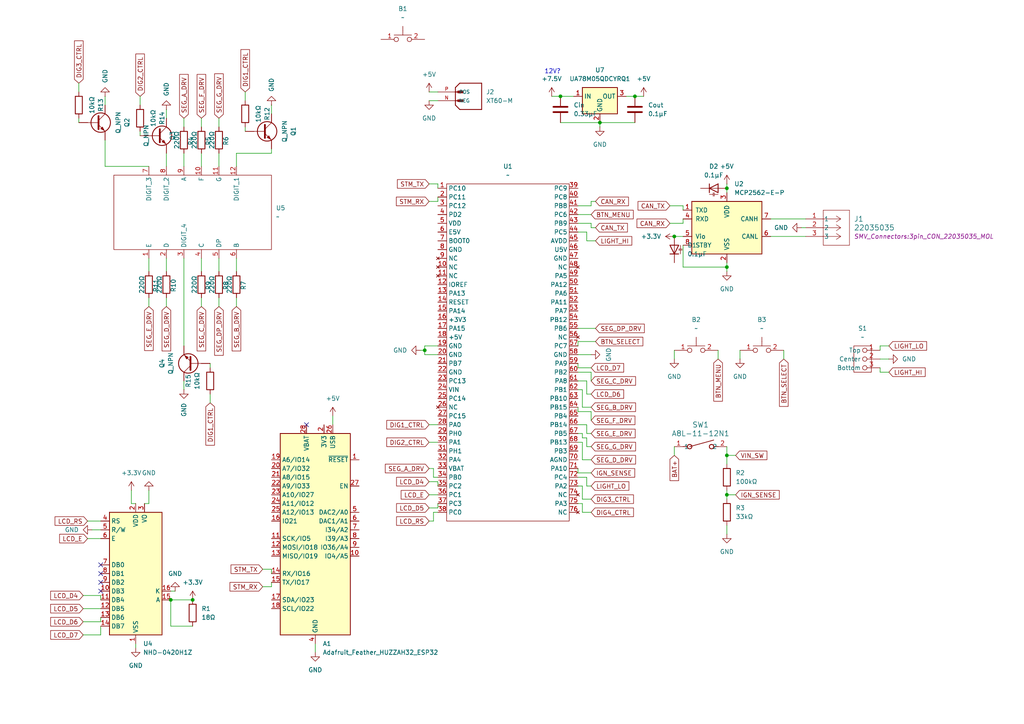
<source format=kicad_sch>
(kicad_sch (version 20250114) (generator "eeschema") (generator_version "9.0")
  (paper "A4")
  (lib_symbols
    (symbol "Device:C" (pin_numbers (hide yes)) (pin_names (offset 0.254))
      (property "Reference" "C" (at 0.635 2.54 0))
      (property "Value" "C" (at 0.635 -2.54 0))
      (symbol "C_1_1"
        (pin passive line (at 0 3.81 270) (length 2.794) (name "~") (number "1"))
        (pin passive line (at 0 -3.81 90) (length 2.794) (name "~") (number "2"))
      )
    )
    (symbol "Device:D_Capacitance" (pin_numbers (hide yes)) (pin_names (offset 1.016) (hide yes))
      (property "Reference" "D" (at 0 2.54 0))
      (property "Value" "D_Capacitance" (at 0 -3.302 0))
      (symbol "D_Capacitance_1_1"
        (pin passive line (at -3.81 0 0) (length 2.54) (name "K") (number "1"))
        (pin passive line (at 3.81 0 180) (length 2.54) (name "A") (number "2"))
      )
    )
    (symbol "Device:Q_NPN" (pin_numbers (hide yes)) (pin_names (offset 0) (hide yes))
      (property "Reference" "Q" (at 5.08 1.27 0))
      (property "Value" "Q_NPN" (at 5.08 -1.27 0))
      (symbol "Q_NPN_1_1"
        (pin input line (at -5.08 0 0) (length 2.54) (name "B") (number "B"))
        (pin passive line (at 2.54 5.08 270) (length 2.54) (name "C") (number "C"))
        (pin passive line (at 2.54 -5.08 90) (length 2.54) (name "E") (number "E"))
      )
    )
    (symbol "Device:R" (pin_numbers (hide yes)) (pin_names (offset 0))
      (property "Reference" "R" (at 2.032 0 90))
      (property "Value" "R" (at 0 0 90))
      (symbol "R_1_1"
        (pin passive line (at 0 3.81 270) (length 1.27) (name "~") (number "1"))
        (pin passive line (at 0 -3.81 90) (length 1.27) (name "~") (number "2"))
      )
    )
    (symbol "Display_Character:NHD-0420H1Z"
      (property "Reference" "U" (at -6.35 19.05 0))
      (property "Value" "NHD-0420H1Z" (at 5.08 19.05 0))
      (symbol "NHD-0420H1Z_1_1"
        (pin input line (at -10.16 15.24 0) (length 2.54) (name "RS") (number "4"))
        (pin input line (at -10.16 12.7 0) (length 2.54) (name "R/W") (number "5"))
        (pin input line (at -10.16 10.16 0) (length 2.54) (name "E") (number "6"))
        (pin bidirectional line (at -10.16 2.54 0) (length 2.54) (name "DB0") (number "7"))
        (pin bidirectional line (at -10.16 0 0) (length 2.54) (name "DB1") (number "8"))
        (pin bidirectional line (at -10.16 -2.54 0) (length 2.54) (name "DB2") (number "9"))
        (pin bidirectional line (at -10.16 -5.08 0) (length 2.54) (name "DB3") (number "10"))
        (pin bidirectional line (at -10.16 -7.62 0) (length 2.54) (name "DB4") (number "11"))
        (pin bidirectional line (at -10.16 -10.16 0) (length 2.54) (name "DB5") (number "12"))
        (pin bidirectional line (at -10.16 -12.7 0) (length 2.54) (name "DB6") (number "13"))
        (pin bidirectional line (at -10.16 -15.24 0) (length 2.54) (name "DB7") (number "14"))
        (pin power_in line (at 0 20.32 270) (length 2.54) (name "VDD") (number "2"))
        (pin power_in line (at 0 -20.32 90) (length 2.54) (name "VSS") (number "1"))
        (pin power_in line (at 2.54 20.32 270) (length 2.54) (name "VO") (number "3"))
        (pin passive line (at 10.16 -5.08 180) (length 2.54) (name "K") (number "16"))
        (pin passive line (at 10.16 -7.62 180) (length 2.54) (name "A") (number "15"))
      )
    )
    (symbol "Interface_CAN_LIN:MCP2562-E-P" (pin_names (offset 1.016))
      (property "Reference" "U" (at -10.16 8.89 0))
      (property "Value" "MCP2562-E-P" (at 2.54 8.89 0))
      (symbol "MCP2562-E-P_1_1"
        (pin input line (at -12.7 5.08 0) (length 2.54) (name "TXD") (number "1"))
        (pin output line (at -12.7 2.54 0) (length 2.54) (name "RXD") (number "4"))
        (pin power_in line (at -12.7 -2.54 0) (length 2.54) (name "Vio") (number "5"))
        (pin input line (at -12.7 -5.08 0) (length 2.54) (name "STBY") (number "8"))
        (pin power_in line (at 0 10.16 270) (length 2.54) (name "VDD") (number "3"))
        (pin power_in line (at 0 -10.16 90) (length 2.54) (name "VSS") (number "2"))
        (pin bidirectional line (at 12.7 2.54 180) (length 2.54) (name "CANH") (number "7"))
        (pin bidirectional line (at 12.7 -2.54 180) (length 2.54) (name "CANL") (number "6"))
      )
    )
    (symbol "MCU_Module:Adafruit_Feather_HUZZAH32_ESP32"
      (property "Reference" "A" (at -10.16 29.21 0))
      (property "Value" "Adafruit_Feather_HUZZAH32_ESP32" (at 2.54 -31.75 0))
      (symbol "Adafruit_Feather_HUZZAH32_ESP32_1_1"
        (pin bidirectional line (at -12.7 20.32 0) (length 2.54) (name "A6/IO14") (number "19"))
        (pin bidirectional line (at -12.7 17.78 0) (length 2.54) (name "A7/IO32") (number "20"))
        (pin bidirectional line (at -12.7 15.24 0) (length 2.54) (name "A8/IO15") (number "21"))
        (pin bidirectional line (at -12.7 12.7 0) (length 2.54) (name "A9/IO33") (number "22"))
        (pin bidirectional line (at -12.7 10.16 0) (length 2.54) (name "A10/IO27") (number "23"))
        (pin bidirectional line (at -12.7 7.62 0) (length 2.54) (name "A11/IO12") (number "24"))
        (pin bidirectional line (at -12.7 5.08 0) (length 2.54) (name "A12/IO13") (number "25"))
        (pin bidirectional line (at -12.7 2.54 0) (length 2.54) (name "IO21") (number "16"))
        (pin bidirectional line (at -12.7 -2.54 0) (length 2.54) (name "SCK/IO5") (number "11"))
        (pin bidirectional line (at -12.7 -5.08 0) (length 2.54) (name "MOSI/IO18") (number "12"))
        (pin bidirectional line (at -12.7 -7.62 0) (length 2.54) (name "MISO/IO19") (number "13"))
        (pin bidirectional line (at -12.7 -12.7 0) (length 2.54) (name "RX/IO16") (number "14"))
        (pin bidirectional line (at -12.7 -15.24 0) (length 2.54) (name "TX/IO17") (number "15"))
        (pin bidirectional line (at -12.7 -20.32 0) (length 2.54) (name "SDA/IO23") (number "17"))
        (pin bidirectional line (at -12.7 -22.86 0) (length 2.54) (name "SCL/IO22") (number "18"))
        (pin power_in line (at -2.54 30.48 270) (length 2.54) (name "VBAT") (number "28"))
        (pin power_in line (at 0 -33.02 90) (length 2.54) (name "GND") (number "4"))
        (pin power_in line (at 2.54 30.48 270) (length 2.54) (name "3V3") (number "2"))
        (pin power_in line (at 5.08 30.48 270) (length 2.54) (name "USB") (number "26"))
        (pin no_connect line (at 10.16 10.16 180) (length 2.54) (hide yes) (name "NC") (number "3"))
        (pin input line (at 12.7 20.32 180) (length 2.54) (name "~{RESET}") (number "1"))
        (pin input line (at 12.7 12.7 180) (length 2.54) (name "EN") (number "27"))
        (pin bidirectional line (at 12.7 5.08 180) (length 2.54) (name "DAC2/A0") (number "5"))
        (pin bidirectional line (at 12.7 2.54 180) (length 2.54) (name "DAC1/A1") (number "6"))
        (pin bidirectional line (at 12.7 0 180) (length 2.54) (name "I34/A2") (number "7"))
        (pin bidirectional line (at 12.7 -2.54 180) (length 2.54) (name "I39/A3") (number "8"))
        (pin bidirectional line (at 12.7 -5.08 180) (length 2.54) (name "IO36/A4") (number "9"))
        (pin bidirectional line (at 12.7 -7.62 180) (length 2.54) (name "IO4/A5") (number "10"))
      )
    )
    (symbol "Regulator_Linear:UA78M05QDCYRQ1"
      (property "Reference" "U" (at -3.81 3.81 0))
      (property "Value" "UA78M05QDCYRQ1" (at 0 3.81 0))
      (symbol "UA78M05QDCYRQ1_1_1"
        (pin power_in line (at -7.62 0 0) (length 2.54) (name "IN") (number "1"))
        (pin power_in line (at 0 -7.62 90) (length 2.54) (name "GND") (number "2"))
        (pin power_out line (at 7.62 0 180) (length 2.54) (name "OUT") (number "3"))
      )
    )
    (symbol "SMV_Custom:3-pin Mini Molex Spox" (pin_names (offset 0.254))
      (property "Reference" "J" (at 8.89 6.35 0))
      (property "Value" "22035035" (at -3.81 3.81 0))
      (property "Footprint" "SMV_Connectors:3pin_CON_22035035_MOL" (at 0 0 0))
      (symbol "3-pin Mini Molex Spox_1_1"
        (pin unspecified line (at 0 0 0) (length 5.08) (name "1") (number "1"))
        (pin unspecified line (at 0 -2.54 0) (length 5.08) (name "2") (number "2"))
        (pin unspecified line (at 0 -5.08 0) (length 5.08) (name "3") (number "3"))
      )
      (symbol "3-pin Mini Molex Spox_1_2"
        (pin unspecified line (at 0 0 0) (length 5.08) (name "1") (number "1"))
        (pin unspecified line (at 0 -2.54 0) (length 5.08) (name "2") (number "2"))
        (pin unspecified line (at 0 -5.08 0) (length 5.08) (name "3") (number "3"))
      )
    )
    (symbol "SMV_Custom:A8L-11-12N1" (pin_names (offset 0.254))
      (property "Reference" "SW" (at 7.62 3.81 0))
      (property "Value" "A8L-11-12N1" (at 0 0 0))
      (symbol "A8L-11-12N1_0_1"
        (pin passive line (at 0 0 0) (length 2.54) (name "1") (number "1"))
      )
      (symbol "A8L-11-12N1_1_1"
        (pin passive line (at 15.24 0 180) (length 2.54) (name "2") (number "2"))
      )
    )
    (symbol "SMV_Custom:STM32_Nucleo_F446RE"
      (property "Reference" "U" (at 0 0 0))
      (symbol "STM32_Nucleo_F446RE_1_1"
        (pin bidirectional line (at -20.32 -2.54 0) (length 2.54) (name "PC10") (number "1"))
        (pin bidirectional line (at -20.32 -5.08 0) (length 2.54) (name "PC11") (number "2"))
        (pin bidirectional line (at -20.32 -7.62 0) (length 2.54) (name "PC12") (number "3"))
        (pin bidirectional line (at -20.32 -10.16 0) (length 2.54) (name "PD2") (number "4"))
        (pin power_in line (at -20.32 -12.7 0) (length 2.54) (name "VDD") (number "5"))
        (pin power_in line (at -20.32 -15.24 0) (length 2.54) (name "E5V") (number "6"))
        (pin input line (at -20.32 -17.78 0) (length 2.54) (name "BOOT0") (number "7"))
        (pin power_in line (at -20.32 -20.32 0) (length 2.54) (name "GND") (number "8"))
        (pin no_connect line (at -20.32 -22.86 0) (length 2.54) (name "NC") (number "9"))
        (pin no_connect line (at -20.32 -25.4 0) (length 2.54) (name "NC") (number "10"))
        (pin no_connect line (at -20.32 -27.94 0) (length 2.54) (name "NC") (number "11"))
        (pin input line (at -20.32 -30.48 0) (length 2.54) (name "IOREF") (number "12"))
        (pin bidirectional line (at -20.32 -33.02 0) (length 2.54) (name "PA13") (number "13"))
        (pin input line (at -20.32 -35.56 0) (length 2.54) (name "RESET") (number "14"))
        (pin bidirectional line (at -20.32 -38.1 0) (length 2.54) (name "PA14") (number "15"))
        (pin power_in line (at -20.32 -40.64 0) (length 2.54) (name "+3V3") (number "16"))
        (pin bidirectional line (at -20.32 -43.18 0) (length 2.54) (name "PA15") (number "17"))
        (pin power_in line (at -20.32 -45.72 0) (length 2.54) (name "+5V") (number "18"))
        (pin power_in line (at -20.32 -48.26 0) (length 2.54) (name "GND") (number "19"))
        (pin power_in line (at -20.32 -50.8 0) (length 2.54) (name "GND") (number "20"))
        (pin bidirectional line (at -20.32 -53.34 0) (length 2.54) (name "PB7") (number "21"))
        (pin power_in line (at -20.32 -55.88 0) (length 2.54) (name "GND") (number "22"))
        (pin bidirectional line (at -20.32 -58.42 0) (length 2.54) (name "PC13") (number "23"))
        (pin power_in line (at -20.32 -60.96 0) (length 2.54) (name "VIN") (number "24"))
        (pin bidirectional line (at -20.32 -63.5 0) (length 2.54) (name "PC14") (number "25"))
        (pin no_connect line (at -20.32 -66.04 0) (length 2.54) (name "NC") (number "26"))
        (pin bidirectional line (at -20.32 -68.58 0) (length 2.54) (name "PC15") (number "27"))
        (pin bidirectional line (at -20.32 -71.12 0) (length 2.54) (name "PA0") (number "28"))
        (pin bidirectional line (at -20.32 -73.66 0) (length 2.54) (name "PH0") (number "29"))
        (pin bidirectional line (at -20.32 -76.2 0) (length 2.54) (name "PA1") (number "30"))
        (pin bidirectional line (at -20.32 -78.74 0) (length 2.54) (name "PH1") (number "31"))
        (pin bidirectional line (at -20.32 -81.28 0) (length 2.54) (name "PA4") (number "32"))
        (pin power_in line (at -20.32 -83.82 0) (length 2.54) (name "VBAT") (number "33"))
        (pin bidirectional line (at -20.32 -86.36 0) (length 2.54) (name "PB0") (number "34"))
        (pin bidirectional line (at -20.32 -88.9 0) (length 2.54) (name "PC2") (number "35"))
        (pin bidirectional line (at -20.32 -91.44 0) (length 2.54) (name "PC1") (number "36"))
        (pin bidirectional line (at -20.32 -93.98 0) (length 2.54) (name "PC3") (number "37"))
        (pin bidirectional line (at -20.32 -96.52 0) (length 2.54) (name "PC0") (number "38"))
        (pin bidirectional line (at 20.32 -2.54 180) (length 2.54) (name "PC9") (number "39"))
        (pin bidirectional line (at 20.32 -5.08 180) (length 2.54) (name "PC8") (number "40"))
        (pin bidirectional line (at 20.32 -7.62 180) (length 2.54) (name "PB8") (number "41"))
        (pin bidirectional line (at 20.32 -10.16 180) (length 2.54) (name "PC6") (number "42"))
        (pin bidirectional line (at 20.32 -12.7 180) (length 2.54) (name "PB9") (number "43"))
        (pin bidirectional line (at 20.32 -15.24 180) (length 2.54) (name "PC5") (number "44"))
        (pin power_in line (at 20.32 -17.78 180) (length 2.54) (name "AVDD") (number "45"))
        (pin power_in line (at 20.32 -20.32 180) (length 2.54) (name "U5V") (number "46"))
        (pin power_in line (at 20.32 -22.86 180) (length 2.54) (name "GND") (number "47"))
        (pin no_connect line (at 20.32 -25.4 180) (length 2.54) (name "NC") (number "48"))
        (pin bidirectional line (at 20.32 -27.94 180) (length 2.54) (name "PA5") (number "49"))
        (pin bidirectional line (at 20.32 -30.48 180) (length 2.54) (name "PA12") (number "50"))
        (pin bidirectional line (at 20.32 -33.02 180) (length 2.54) (name "PA6") (number "51"))
        (pin bidirectional line (at 20.32 -35.56 180) (length 2.54) (name "PA11") (number "52"))
        (pin bidirectional line (at 20.32 -38.1 180) (length 2.54) (name "PA7") (number "53"))
        (pin bidirectional line (at 20.32 -40.64 180) (length 2.54) (name "PB12") (number "54"))
        (pin bidirectional line (at 20.32 -43.18 180) (length 2.54) (name "PB6") (number "55"))
        (pin no_connect line (at 20.32 -45.72 180) (length 2.54) (name "NC") (number "56"))
        (pin bidirectional line (at 20.32 -48.26 180) (length 2.54) (name "PC7") (number "57"))
        (pin power_in line (at 20.32 -50.8 180) (length 2.54) (name "GND") (number "58"))
        (pin bidirectional line (at 20.32 -53.34 180) (length 2.54) (name "PA9") (number "59"))
        (pin bidirectional line (at 20.32 -55.88 180) (length 2.54) (name "PB2") (number "60"))
        (pin bidirectional line (at 20.32 -58.42 180) (length 2.54) (name "PA8") (number "61"))
        (pin bidirectional line (at 20.32 -60.96 180) (length 2.54) (name "PB1") (number "62"))
        (pin bidirectional line (at 20.32 -63.5 180) (length 2.54) (name "PB10") (number "63"))
        (pin bidirectional line (at 20.32 -66.04 180) (length 2.54) (name "PB15") (number "64"))
        (pin bidirectional line (at 20.32 -68.58 180) (length 2.54) (name "PB4") (number "65"))
        (pin bidirectional line (at 20.32 -71.12 180) (length 2.54) (name "PB14") (number "66"))
        (pin bidirectional line (at 20.32 -73.66 180) (length 2.54) (name "PB5") (number "67"))
        (pin bidirectional line (at 20.32 -76.2 180) (length 2.54) (name "PB13") (number "68"))
        (pin bidirectional line (at 20.32 -78.74 180) (length 2.54) (name "PB3") (number "69"))
        (pin power_in line (at 20.32 -81.28 180) (length 2.54) (name "AGND") (number "70"))
        (pin bidirectional line (at 20.32 -83.82 180) (length 2.54) (name "PA10") (number "71"))
        (pin bidirectional line (at 20.32 -86.36 180) (length 2.54) (name "PC4") (number "72"))
        (pin bidirectional line (at 20.32 -88.9 180) (length 2.54) (name "PA2") (number "73"))
        (pin no_connect line (at 20.32 -91.44 180) (length 2.54) (name "NC") (number "74"))
        (pin bidirectional line (at 20.32 -93.98 180) (length 2.54) (name "PA3") (number "75"))
        (pin no_connect line (at 20.32 -96.52 180) (length 2.54) (name "NC") (number "76"))
      )
    )
    (symbol "SMV_Custom:Seven_Seg_Display"
      (property "Reference" "U" (at 0 9.398 0))
      (symbol "Seven_Seg_Display_1_1"
        (pin input line (at -12.7 2.54 270) (length 2.54) (name "DIGIT_3") (number "7"))
        (pin input line (at -12.7 -24.13 90) (length 2.54) (name "E") (number "1"))
        (pin input line (at -7.62 2.54 270) (length 2.54) (name "DIGIT_2") (number "8"))
        (pin input line (at -7.62 -24.13 90) (length 2.54) (name "D") (number "2"))
        (pin input line (at -2.54 2.54 270) (length 2.54) (name "A") (number "9"))
        (pin input line (at -2.54 -24.13 90) (length 2.54) (name "DIGIT_4") (number "3"))
        (pin input line (at 2.54 2.54 270) (length 2.54) (name "F") (number "10"))
        (pin input line (at 2.54 -24.13 90) (length 2.54) (name "C") (number "4"))
        (pin input line (at 7.62 2.54 270) (length 2.54) (name "G") (number "11"))
        (pin input line (at 7.62 -24.13 90) (length 2.54) (name "DP") (number "5"))
        (pin input line (at 12.7 2.54 270) (length 2.54) (name "DIGIT_1") (number "12"))
        (pin input line (at 12.7 -24.13 90) (length 2.54) (name "B") (number "6"))
      )
    )
    (symbol "SMV_Custom:TAISS_3_Pin_Switch"
      (property "Reference" "S" (at 0 6.096 0))
      (symbol "TAISS_3_Pin_Switch_1_0"
        (pin passive inverted (at 5.08 3.81 180) (length 5.08) (name "Top") (number "1"))
        (pin passive inverted (at 5.08 1.27 180) (length 5.08) (name "Center") (number "2"))
        (pin passive inverted (at 5.08 -1.27 180) (length 5.08) (name "Bottom") (number "3"))
      )
    )
    (symbol "SMV_Custom:Twidec_Button"
      (property "Reference" "B" (at 0 3.556 0))
      (symbol "Twidec_Button_1_0"
        (pin passive inverted (at -6.35 -2.54 0) (length 5.08) (name "1") (number "1"))
        (pin passive inverted (at 6.35 -2.54 180) (length 5.08) (name "2") (number "2"))
      )
    )
    (symbol "SMV_Custom:XT60-M" (pin_names (offset 1.016))
      (property "Reference" "J" (at 0 6.35 0))
      (property "Value" "XT60-M" (at 0 -5.08 0))
      (symbol "XT60-M_0_0"
        (pin passive line (at -5.08 2.54 0) (length 5.08) (name "POS") (number "P"))
        (pin passive line (at -5.08 0 0) (length 5.08) (name "NEG") (number "N"))
      )
    )
    (symbol "power:+3.3V" (power) (pin_numbers (hide yes)) (pin_names (offset 0) (hide yes))
      (property "Value" "+3.3V" (at 0 3.556 0))
      (symbol "+3.3V_1_1"
        (pin power_in line (at 0 0 90) (length 0) (name "~") (number "1"))
      )
    )
    (symbol "power:+5V" (power) (pin_numbers (hide yes)) (pin_names (offset 0) (hide yes))
      (property "Value" "+5V" (at 0 3.556 0))
      (symbol "+5V_1_1"
        (pin power_in line (at 0 0 90) (length 0) (name "~") (number "1"))
      )
    )
    (symbol "power:+7.5V" (power) (pin_numbers (hide yes)) (pin_names (offset 0) (hide yes))
      (property "Value" "+7.5V" (at 0 3.556 0))
      (symbol "+7.5V_1_1"
        (pin power_in line (at 0 0 90) (length 0) (name "~") (number "1"))
      )
    )
    (symbol "power:GND" (power) (pin_numbers (hide yes)) (pin_names (offset 0) (hide yes))
      (property "Value" "GND" (at 0 -3.81 0))
      (symbol "GND_1_1"
        (pin power_in line (at 0 0 270) (length 0) (name "~") (number "1"))
      )
    )
  )
  (text "12V?" (at 160.274 20.828 0) (effects (font (size 1.27 1.27))))
  (junction (at 162.56 27.94))
  (junction (at 184.15 27.94))
  (junction (at 210.82 77.47))
  (junction (at 55.88 173.99))
  (junction (at 173.99 35.56))
  (junction (at 49.53 173.99))
  (junction (at 210.82 143.51))
  (junction (at 195.58 68.58))
  (junction (at 123.19 101.6))
  (junction (at 210.82 132.08))
  (junction (at 210.82 54.61))
  (no_connect (at 29.21 171.45))
  (no_connect (at 29.21 166.37))
  (no_connect (at 29.21 168.91))
  (no_connect (at 88.9 123.19))
  (no_connect (at 29.21 163.83))
  (wire (pts (xy 24.13 180.34) (xy 29.21 180.34)))
  (wire (pts (xy 78.74 43.18) (xy 78.74 44.45)))
  (wire (pts (xy 50.8 171.45) (xy 49.53 171.45)))
  (wire (pts (xy 171.45 58.42) (xy 171.45 59.69)))
  (wire (pts (xy 210.82 76.2) (xy 210.82 77.47)))
  (wire (pts (xy 170.18 114.3) (xy 171.45 114.3)))
  (wire (pts (xy 43.18 74.93) (xy 43.18 78.74)))
  (wire (pts (xy 29.21 172.72) (xy 29.21 173.99)))
  (wire (pts (xy 170.18 125.73) (xy 171.45 125.73)))
  (wire (pts (xy 167.64 106.68) (xy 171.45 106.68)))
  (wire (pts (xy 49.53 173.99) (xy 49.53 181.61)))
  (wire (pts (xy 43.18 86.36) (xy 43.18 88.9)))
  (wire (pts (xy 168.91 128.27) (xy 167.64 128.27)))
  (wire (pts (xy 167.64 102.87) (xy 171.45 102.87)))
  (wire (pts (xy 170.18 127) (xy 170.18 129.54)))
  (wire (pts (xy 58.42 34.29) (xy 58.42 36.83)))
  (wire (pts (xy 171.45 107.95) (xy 167.64 107.95)))
  (wire (pts (xy 24.13 172.72) (xy 29.21 172.72)))
  (wire (pts (xy 255.27 101.6) (xy 255.27 100.33)))
  (wire (pts (xy 171.45 137.16) (xy 167.64 137.16)))
  (wire (pts (xy 30.48 40.64) (xy 30.48 48.26)))
  (wire (pts (xy 213.36 132.08) (xy 210.82 132.08)))
  (wire (pts (xy 125.73 151.13) (xy 125.73 148.59)))
  (wire (pts (xy 68.58 44.45) (xy 78.74 44.45)))
  (wire (pts (xy 53.34 34.29) (xy 53.34 36.83)))
  (wire (pts (xy 43.18 48.26) (xy 30.48 48.26)))
  (wire (pts (xy 171.45 119.38) (xy 171.45 121.92)))
  (wire (pts (xy 168.91 113.03) (xy 168.91 118.11)))
  (wire (pts (xy 195.58 68.58) (xy 198.12 68.58)))
  (wire (pts (xy 167.64 113.03) (xy 168.91 113.03)))
  (wire (pts (xy 168.91 128.27) (xy 168.91 133.35)))
  (wire (pts (xy 124.46 123.19) (xy 127 123.19)))
  (wire (pts (xy 78.74 165.1) (xy 78.74 166.37)))
  (wire (pts (xy 168.91 148.59) (xy 171.45 148.59)))
  (wire (pts (xy 198.12 77.47) (xy 210.82 77.47)))
  (wire (pts (xy 210.82 152.4) (xy 210.82 154.94)))
  (wire (pts (xy 167.64 146.05) (xy 168.91 146.05)))
  (wire (pts (xy 255.27 107.95) (xy 257.81 107.95)))
  (wire (pts (xy 63.5 44.45) (xy 63.5 48.26)))
  (wire (pts (xy 123.19 100.33) (xy 123.19 101.6)))
  (wire (pts (xy 170.18 140.97) (xy 171.45 140.97)))
  (wire (pts (xy 167.64 95.25) (xy 172.72 95.25)))
  (wire (pts (xy 210.82 132.08) (xy 210.82 134.62)))
  (wire (pts (xy 91.44 186.69) (xy 91.44 189.23)))
  (wire (pts (xy 210.82 129.54) (xy 210.82 132.08)))
  (wire (pts (xy 171.45 110.49) (xy 171.45 107.95)))
  (wire (pts (xy 170.18 123.19) (xy 170.18 125.73)))
  (wire (pts (xy 194.31 64.77) (xy 198.12 64.77)))
  (wire (pts (xy 48.26 74.93) (xy 48.26 78.74)))
  (wire (pts (xy 168.91 118.11) (xy 171.45 118.11)))
  (wire (pts (xy 26.67 153.67) (xy 29.21 153.67)))
  (wire (pts (xy 171.45 58.42) (xy 172.72 58.42)))
  (wire (pts (xy 124.46 58.42) (xy 127 58.42)))
  (wire (pts (xy 167.64 137.16) (xy 167.64 135.89)))
  (wire (pts (xy 227.33 101.6) (xy 227.33 104.14)))
  (wire (pts (xy 78.74 30.48) (xy 78.74 33.02)))
  (wire (pts (xy 124.46 29.21) (xy 127 29.21)))
  (wire (pts (xy 58.42 74.93) (xy 58.42 78.74)))
  (wire (pts (xy 168.91 133.35) (xy 171.45 133.35)))
  (wire (pts (xy 127 146.05) (xy 127 147.32)))
  (wire (pts (xy 170.18 69.85) (xy 172.72 69.85)))
  (wire (pts (xy 168.91 125.73) (xy 168.91 127)))
  (wire (pts (xy 58.42 86.36) (xy 58.42 88.9)))
  (wire (pts (xy 55.88 173.99) (xy 49.53 173.99)))
  (wire (pts (xy 68.58 44.45) (xy 68.58 48.26)))
  (wire (pts (xy 71.12 26.67) (xy 71.12 29.21)))
  (wire (pts (xy 124.46 139.7) (xy 127 139.7)))
  (wire (pts (xy 198.12 71.12) (xy 198.12 77.47)))
  (wire (pts (xy 121.92 101.6) (xy 123.19 101.6)))
  (wire (pts (xy 24.13 176.53) (xy 29.21 176.53)))
  (wire (pts (xy 76.2 165.1) (xy 78.74 165.1)))
  (wire (pts (xy 40.64 27.94) (xy 40.64 30.48)))
  (wire (pts (xy 173.99 35.56) (xy 184.15 35.56)))
  (wire (pts (xy 168.91 146.05) (xy 168.91 148.59)))
  (wire (pts (xy 167.64 67.31) (xy 170.18 67.31)))
  (wire (pts (xy 210.82 53.34) (xy 210.82 54.61)))
  (wire (pts (xy 124.46 26.67) (xy 127 26.67)))
  (wire (pts (xy 127 57.15) (xy 127 58.42)))
  (wire (pts (xy 195.58 101.6) (xy 195.58 104.14)))
  (wire (pts (xy 210.82 142.24) (xy 210.82 143.51)))
  (wire (pts (xy 171.45 66.04) (xy 172.72 66.04)))
  (wire (pts (xy 124.46 128.27) (xy 127 128.27)))
  (wire (pts (xy 30.48 27.94) (xy 30.48 30.48)))
  (wire (pts (xy 170.18 67.31) (xy 170.18 69.85)))
  (wire (pts (xy 53.34 44.45) (xy 53.34 48.26)))
  (wire (pts (xy 198.12 63.5) (xy 198.12 64.77)))
  (wire (pts (xy 168.91 127) (xy 170.18 127)))
  (wire (pts (xy 124.46 135.89) (xy 125.73 135.89)))
  (wire (pts (xy 170.18 110.49) (xy 167.64 110.49)))
  (wire (pts (xy 167.64 99.06) (xy 172.72 99.06)))
  (wire (pts (xy 255.27 104.14) (xy 257.81 104.14)))
  (wire (pts (xy 127 53.34) (xy 127 54.61)))
  (wire (pts (xy 168.91 144.78) (xy 171.45 144.78)))
  (wire (pts (xy 208.28 101.6) (xy 208.28 104.14)))
  (wire (pts (xy 171.45 66.04) (xy 171.45 64.77)))
  (wire (pts (xy 195.58 129.54) (xy 195.58 132.08)))
  (wire (pts (xy 198.12 60.96) (xy 198.12 59.69)))
  (wire (pts (xy 48.26 86.36) (xy 48.26 88.9)))
  (wire (pts (xy 210.82 54.61) (xy 210.82 55.88)))
  (wire (pts (xy 223.52 63.5) (xy 233.68 63.5)))
  (wire (pts (xy 184.15 27.94) (xy 181.61 27.94)))
  (wire (pts (xy 160.02 27.94) (xy 162.56 27.94)))
  (wire (pts (xy 55.88 181.61) (xy 49.53 181.61)))
  (wire (pts (xy 162.56 35.56) (xy 173.99 35.56)))
  (wire (pts (xy 168.91 140.97) (xy 168.91 144.78)))
  (wire (pts (xy 24.13 184.15) (xy 29.21 184.15)))
  (wire (pts (xy 125.73 148.59) (xy 127 148.59)))
  (wire (pts (xy 68.58 74.93) (xy 68.58 78.74)))
  (wire (pts (xy 171.45 59.69) (xy 167.64 59.69)))
  (wire (pts (xy 25.4 151.13) (xy 29.21 151.13)))
  (wire (pts (xy 63.5 86.36) (xy 63.5 88.9)))
  (wire (pts (xy 63.5 74.93) (xy 63.5 78.74)))
  (wire (pts (xy 125.73 135.89) (xy 125.73 138.43)))
  (wire (pts (xy 171.45 64.77) (xy 167.64 64.77)))
  (wire (pts (xy 127 102.87) (xy 123.19 102.87)))
  (wire (pts (xy 29.21 179.07) (xy 29.21 180.34)))
  (wire (pts (xy 167.64 118.11) (xy 167.64 119.38)))
  (wire (pts (xy 210.82 77.47) (xy 210.82 78.74)))
  (wire (pts (xy 48.26 44.45) (xy 48.26 48.26)))
  (wire (pts (xy 124.46 143.51) (xy 127 143.51)))
  (wire (pts (xy 232.41 66.04) (xy 233.68 66.04)))
  (wire (pts (xy 214.63 101.6) (xy 214.63 104.14)))
  (wire (pts (xy 167.64 123.19) (xy 170.18 123.19)))
  (wire (pts (xy 39.37 187.96) (xy 39.37 186.69)))
  (wire (pts (xy 78.74 168.91) (xy 78.74 170.18)))
  (wire (pts (xy 43.18 146.05) (xy 41.91 146.05)))
  (wire (pts (xy 76.2 170.18) (xy 78.74 170.18)))
  (wire (pts (xy 186.69 27.94) (xy 184.15 27.94)))
  (wire (pts (xy 223.52 68.58) (xy 233.68 68.58)))
  (wire (pts (xy 167.64 100.33) (xy 167.64 99.06)))
  (wire (pts (xy 194.31 59.69) (xy 198.12 59.69)))
  (wire (pts (xy 60.96 116.84) (xy 60.96 114.3)))
  (wire (pts (xy 38.1 146.05) (xy 39.37 146.05)))
  (wire (pts (xy 22.86 24.13) (xy 22.86 26.67)))
  (wire (pts (xy 255.27 100.33) (xy 257.81 100.33)))
  (wire (pts (xy 25.4 156.21) (xy 29.21 156.21)))
  (wire (pts (xy 96.52 120.65) (xy 96.52 123.19)))
  (wire (pts (xy 167.64 62.23) (xy 171.45 62.23)))
  (wire (pts (xy 60.96 106.68) (xy 60.96 105.41)))
  (wire (pts (xy 53.34 113.03) (xy 53.34 110.49)))
  (wire (pts (xy 167.64 119.38) (xy 171.45 119.38)))
  (wire (pts (xy 210.82 143.51) (xy 210.82 144.78)))
  (wire (pts (xy 123.19 101.6) (xy 123.19 102.87)))
  (wire (pts (xy 167.64 125.73) (xy 168.91 125.73)))
  (wire (pts (xy 53.34 74.93) (xy 53.34 100.33)))
  (wire (pts (xy 124.46 53.34) (xy 127 53.34)))
  (wire (pts (xy 48.26 31.75) (xy 48.26 34.29)))
  (wire (pts (xy 210.82 143.51) (xy 213.36 143.51)))
  (wire (pts (xy 124.46 147.32) (xy 127 147.32)))
  (wire (pts (xy 127 139.7) (xy 127 140.97)))
  (wire (pts (xy 173.99 36.83) (xy 173.99 35.56)))
  (wire (pts (xy 22.86 34.29) (xy 22.86 35.56)))
  (wire (pts (xy 167.64 105.41) (xy 167.64 106.68)))
  (wire (pts (xy 68.58 86.36) (xy 68.58 88.9)))
  (wire (pts (xy 255.27 106.68) (xy 255.27 107.95)))
  (wire (pts (xy 40.64 38.1) (xy 40.64 39.37)))
  (wire (pts (xy 43.18 142.24) (xy 43.18 146.05)))
  (wire (pts (xy 63.5 34.29) (xy 63.5 36.83)))
  (wire (pts (xy 127 100.33) (xy 123.19 100.33)))
  (wire (pts (xy 170.18 129.54) (xy 171.45 129.54)))
  (wire (pts (xy 170.18 140.97) (xy 170.18 138.43)))
  (wire (pts (xy 170.18 138.43) (xy 167.64 138.43)))
  (wire (pts (xy 125.73 138.43) (xy 127 138.43)))
  (wire (pts (xy 167.64 140.97) (xy 168.91 140.97)))
  (wire (pts (xy 71.12 36.83) (xy 71.12 38.1)))
  (wire (pts (xy 29.21 181.61) (xy 29.21 184.15)))
  (wire (pts (xy 162.56 27.94) (xy 166.37 27.94)))
  (wire (pts (xy 38.1 142.24) (xy 38.1 146.05)))
  (wire (pts (xy 170.18 114.3) (xy 170.18 110.49)))
  (wire (pts (xy 124.46 151.13) (xy 125.73 151.13)))
  (wire (pts (xy 58.42 44.45) (xy 58.42 48.26)))
  (global_label "SEG_D_DRV" (shape input) (at 171.45 133.35 0) (property "Intersheetrefs" "${INTERSHEET_REFS}" (effects (hide yes))))
  (global_label "LCD_D7" (shape input) (at 171.45 106.68 0) (property "Intersheetrefs" "${INTERSHEET_REFS}" (effects (hide yes))))
  (global_label "SEG_A_DRV" (shape input) (at 124.46 135.89 180) (property "Intersheetrefs" "${INTERSHEET_REFS}" (effects (hide yes))))
  (global_label "LCD_E" (shape input) (at 124.46 143.51 180) (property "Intersheetrefs" "${INTERSHEET_REFS}" (effects (hide yes))))
  (global_label "LCD_D5" (shape input) (at 124.46 147.32 180) (property "Intersheetrefs" "${INTERSHEET_REFS}" (effects (hide yes))))
  (global_label "CAN_RX" (shape input) (at 194.31 64.77 180) (property "Intersheetrefs" "${INTERSHEET_REFS}" (effects (hide yes))))
  (global_label "LCD_E" (shape input) (at 25.4 156.21 180) (property "Intersheetrefs" "${INTERSHEET_REFS}" (effects (hide yes))))
  (global_label "IGN_SENSE" (shape input) (at 213.36 143.51 0) (property "Intersheetrefs" "${INTERSHEET_REFS}" (effects (hide yes))))
  (global_label "LCD_D7" (shape input) (at 24.13 184.15 180) (property "Intersheetrefs" "${INTERSHEET_REFS}" (effects (hide yes))))
  (global_label "LCD_RS" (shape input) (at 124.46 151.13 180) (property "Intersheetrefs" "${INTERSHEET_REFS}" (effects (hide yes))))
  (global_label "SEG_E_DRV" (shape input) (at 171.45 125.73 0) (property "Intersheetrefs" "${INTERSHEET_REFS}" (effects (hide yes))))
  (global_label "LCD_D6" (shape input) (at 171.45 114.3 0) (property "Intersheetrefs" "${INTERSHEET_REFS}" (effects (hide yes))))
  (global_label "STM_TX" (shape input) (at 124.46 53.34 180) (property "Intersheetrefs" "${INTERSHEET_REFS}" (effects (hide yes))))
  (global_label "DIG1_CTRL" (shape input) (at 71.12 26.67 90) (property "Intersheetrefs" "${INTERSHEET_REFS}" (effects (hide yes))))
  (global_label "STM_RX" (shape input) (at 76.2 170.18 180) (property "Intersheetrefs" "${INTERSHEET_REFS}" (effects (hide yes))))
  (global_label "STM_RX" (shape input) (at 124.46 58.42 180) (property "Intersheetrefs" "${INTERSHEET_REFS}" (effects (hide yes))))
  (global_label "SEG_A_DRV" (shape input) (at 53.34 34.29 90) (property "Intersheetrefs" "${INTERSHEET_REFS}" (effects (hide yes))))
  (global_label "DIG1_CTRL" (shape input) (at 124.46 123.19 180) (property "Intersheetrefs" "${INTERSHEET_REFS}" (effects (hide yes))))
  (global_label "DIG2_CTRL" (shape input) (at 124.46 128.27 180) (property "Intersheetrefs" "${INTERSHEET_REFS}" (effects (hide yes))))
  (global_label "LCD_D4" (shape input) (at 124.46 139.7 180) (property "Intersheetrefs" "${INTERSHEET_REFS}" (effects (hide yes))))
  (global_label "SEG_DP_DRV" (shape input) (at 172.72 95.25 0) (property "Intersheetrefs" "${INTERSHEET_REFS}" (effects (hide yes))))
  (global_label "SEG_G_DRV" (shape input) (at 63.5 34.29 90) (property "Intersheetrefs" "${INTERSHEET_REFS}" (effects (hide yes))))
  (global_label "DIG2_CTRL" (shape input) (at 40.64 27.94 90) (property "Intersheetrefs" "${INTERSHEET_REFS}" (effects (hide yes))))
  (global_label "VIN_SW" (shape input) (at 213.36 132.08 0) (property "Intersheetrefs" "${INTERSHEET_REFS}" (effects (hide yes))))
  (global_label "LCD_RS" (shape input) (at 25.4 151.13 180) (property "Intersheetrefs" "${INTERSHEET_REFS}" (effects (hide yes))))
  (global_label "IGN_SENSE" (shape input) (at 171.45 137.16 0) (property "Intersheetrefs" "${INTERSHEET_REFS}" (effects (hide yes))))
  (global_label "CAN_RX" (shape input) (at 172.72 58.42 0) (property "Intersheetrefs" "${INTERSHEET_REFS}" (effects (hide yes))))
  (global_label "CAN_TX" (shape input) (at 172.72 66.04 0) (property "Intersheetrefs" "${INTERSHEET_REFS}" (effects (hide yes))))
  (global_label "LCD_D6" (shape input) (at 24.13 180.34 180) (property "Intersheetrefs" "${INTERSHEET_REFS}" (effects (hide yes))))
  (global_label "SEG_E_DRV" (shape input) (at 43.18 88.9 270) (property "Intersheetrefs" "${INTERSHEET_REFS}" (effects (hide yes))))
  (global_label "SEG_B_DRV" (shape input) (at 171.45 118.11 0) (property "Intersheetrefs" "${INTERSHEET_REFS}" (effects (hide yes))))
  (global_label "STM_TX" (shape input) (at 76.2 165.1 180) (property "Intersheetrefs" "${INTERSHEET_REFS}" (effects (hide yes))))
  (global_label "SEG_C_DRV" (shape input) (at 58.42 88.9 270) (property "Intersheetrefs" "${INTERSHEET_REFS}" (effects (hide yes))))
  (global_label "DIG3_CTRL" (shape input) (at 171.45 144.78 0) (property "Intersheetrefs" "${INTERSHEET_REFS}" (effects (hide yes))))
  (global_label "CAN_TX" (shape input) (at 194.31 59.69 180) (property "Intersheetrefs" "${INTERSHEET_REFS}" (effects (hide yes))))
  (global_label "LIGHT_HI" (shape input) (at 172.72 69.85 0) (property "Intersheetrefs" "${INTERSHEET_REFS}" (effects (hide yes))))
  (global_label "DIG1_CTRL" (shape input) (at 60.96 116.84 270) (property "Intersheetrefs" "${INTERSHEET_REFS}" (effects (hide yes))))
  (global_label "BAT+" (shape input) (at 195.58 132.08 270) (property "Intersheetrefs" "${INTERSHEET_REFS}" (effects (hide yes))))
  (global_label "BTN_SELECT" (shape input) (at 227.33 104.14 270) (property "Intersheetrefs" "${INTERSHEET_REFS}" (effects (hide yes))))
  (global_label "SEG_F_DRV" (shape input) (at 171.45 121.92 0) (property "Intersheetrefs" "${INTERSHEET_REFS}" (effects (hide yes))))
  (global_label "SEG_DP_DRV" (shape input) (at 63.5 88.9 270) (property "Intersheetrefs" "${INTERSHEET_REFS}" (effects (hide yes))))
  (global_label "LCD_D4" (shape input) (at 24.13 172.72 180) (property "Intersheetrefs" "${INTERSHEET_REFS}" (effects (hide yes))))
  (global_label "SEG_D_DRV" (shape input) (at 48.26 88.9 270) (property "Intersheetrefs" "${INTERSHEET_REFS}" (effects (hide yes))))
  (global_label "LIGHT_LO" (shape input) (at 257.81 100.33 0) (property "Intersheetrefs" "${INTERSHEET_REFS}" (effects (hide yes))))
  (global_label "SEG_G_DRV" (shape input) (at 171.45 129.54 0) (property "Intersheetrefs" "${INTERSHEET_REFS}" (effects (hide yes))))
  (global_label "SEG_C_DRV" (shape input) (at 171.45 110.49 0) (property "Intersheetrefs" "${INTERSHEET_REFS}" (effects (hide yes))))
  (global_label "SEG_F_DRV" (shape input) (at 58.42 34.29 90) (property "Intersheetrefs" "${INTERSHEET_REFS}" (effects (hide yes))))
  (global_label "BTN_MENU" (shape input) (at 171.45 62.23 0) (property "Intersheetrefs" "${INTERSHEET_REFS}" (effects (hide yes))))
  (global_label "LIGHT_HI" (shape input) (at 257.81 107.95 0) (property "Intersheetrefs" "${INTERSHEET_REFS}" (effects (hide yes))))
  (global_label "BTN_MENU" (shape input) (at 208.28 104.14 270) (property "Intersheetrefs" "${INTERSHEET_REFS}" (effects (hide yes))))
  (global_label "DIG3_CTRL" (shape input) (at 22.86 24.13 90) (property "Intersheetrefs" "${INTERSHEET_REFS}" (effects (hide yes))))
  (global_label "LCD_D5" (shape input) (at 24.13 176.53 180) (property "Intersheetrefs" "${INTERSHEET_REFS}" (effects (hide yes))))
  (global_label "LIGHT_LO" (shape input) (at 171.45 140.97 0) (property "Intersheetrefs" "${INTERSHEET_REFS}" (effects (hide yes))))
  (global_label "DIG4_CTRL" (shape input) (at 171.45 148.59 0) (property "Intersheetrefs" "${INTERSHEET_REFS}" (effects (hide yes))))
  (global_label "BTN_SELECT" (shape input) (at 172.72 99.06 0) (property "Intersheetrefs" "${INTERSHEET_REFS}" (effects (hide yes))))
  (global_label "SEG_B_DRV" (shape input) (at 68.58 88.9 270) (property "Intersheetrefs" "${INTERSHEET_REFS}" (effects (hide yes))))
  (symbol (lib_id "SMV_Custom:Seven_Seg_Display") (at 55.88 50.8 0) (unit 1)
    (property "Reference" "U5" (at 80.01 60.3249 0) (effects (justify left)))
    (property "Value" "~" (at 80.01 62.8649 0) (effects (justify left)))
  )
  (symbol (lib_id "power:GND") (at 50.8 171.45 180) (unit 1)
    (property "Reference" "#PWR011" (effects (hide yes)))
    (property "Value" "GND" (at 50.8 166.37 0))
    (property "Description" "Power symbol creates a global label with name \"GND\" , ground" (effects (hide yes)))
  )
  (symbol (lib_id "power:+3.3V") (at 38.1 142.24 0) (unit 1)
    (property "Reference" "#PWR02" (effects (hide yes)))
    (property "Value" "+3.3V" (at 38.1 137.16 0))
    (property "Description" "Power symbol creates a global label with name \"+3.3V\"" (effects (hide yes)))
  )
  (symbol (lib_id "power:GND") (at 173.99 36.83 0) (unit 1)
    (property "Reference" "#PWR010" (effects (hide yes)))
    (property "Value" "GND" (at 173.99 41.91 0))
    (property "Description" "Power symbol creates a global label with name \"GND\" , ground" (effects (hide yes)))
  )
  (symbol (lib_id "Device:R") (at 63.5 40.64 0) (unit 1)
    (property "Reference" "R6" (at 65.532 40.894 90))
    (property "Value" "220Ω" (at 61.468 40.64 90))
    (property "Description" "Resistor" (effects (hide yes)))
  )
  (symbol (lib_id "power:GND") (at 30.48 27.94 180) (unit 1)
    (property "Reference" "#PWR022" (effects (hide yes)))
    (property "Value" "GND" (at 30.4801 24.13 90) (effects (justify right)))
    (property "Description" "Power symbol creates a global label with name \"GND\" , ground" (effects (hide yes)))
  )
  (symbol (lib_id "power:+5V") (at 96.52 120.65 0) (unit 1)
    (property "Reference" "#PWR025" (effects (hide yes)))
    (property "Value" "+5V" (at 96.52 115.57 0))
    (property "Description" "Power symbol creates a global label with name \"+5V\"" (effects (hide yes)))
  )
  (symbol (lib_id "SMV_Custom:A8L-11-12N1") (at 195.58 129.54 0) (unit 1)
    (property "Reference" "SW1" (at 203.2 123.19 0) (effects (font (size 1.524 1.524))))
    (property "Value" "A8L-11-12N1" (at 203.2 125.73 0) (effects (font (size 1.524 1.524))))
    (property "Footprint" "SMV_Misc:SW_A8L-11_OMR" (effects (hide yes)))
    (property "Datasheet" "A8L-11-12N1" (effects (hide yes)))
  )
  (symbol (lib_id "SMV_Custom:STM32_Nucleo_F446RE") (at 147.32 52.07 0) (unit 1)
    (property "Reference" "U1" (at 147.32 48.26 0))
    (property "Value" "~" (at 147.32 50.8 0))
  )
  (symbol (lib_id "power:GND") (at 232.41 66.04 270) (unit 1)
    (property "Reference" "#PWR07" (effects (hide yes)))
    (property "Value" "GND" (at 228.6 66.0399 90) (effects (justify right)))
    (property "Description" "Power symbol creates a global label with name \"GND\" , ground" (effects (hide yes)))
  )
  (symbol (lib_id "Device:D_Capacitance") (at 195.58 72.39 90) (unit 1)
    (property "Reference" "D1" (at 199.39 71.1199 90) (effects (justify right)))
    (property "Value" "0.1µF" (at 199.39 73.6599 90) (effects (justify right)))
    (property "Description" "Variable capacitance diode" (effects (hide yes)))
  )
  (symbol (lib_id "power:+5V") (at 210.82 53.34 0) (unit 1)
    (property "Reference" "#PWR014" (effects (hide yes)))
    (property "Value" "+5V" (at 210.82 48.26 0))
    (property "Description" "Power symbol creates a global label with name \"+5V\"" (effects (hide yes)))
  )
  (symbol (lib_id "Device:Q_NPN") (at 76.2 38.1 0) (unit 1)
    (property "Reference" "Q1" (at 85.09 38.1 90))
    (property "Value" "Q_NPN" (at 82.55 38.1 90))
    (property "Description" "NPN bipolar junction transistor" (effects (hide yes)))
  )
  (symbol (lib_id "Device:R") (at 210.82 138.43 0) (unit 1)
    (property "Reference" "R2" (at 213.36 137.1599 0) (effects (justify left)))
    (property "Value" "100kΩ" (at 213.36 139.6999 0) (effects (justify left)))
    (property "Description" "Resistor" (effects (hide yes)))
  )
  (symbol (lib_id "Device:R") (at 53.34 40.64 0) (unit 1)
    (property "Reference" "R4" (at 55.372 40.894 90))
    (property "Value" "220Ω" (at 51.308 40.64 90))
    (property "Description" "Resistor" (effects (hide yes)))
  )
  (symbol (lib_id "power:+5V") (at 186.69 27.94 0) (unit 1)
    (property "Reference" "#PWR09" (effects (hide yes)))
    (property "Value" "+5V" (at 186.69 22.86 0))
    (property "Description" "Power symbol creates a global label with name \"+5V\"" (effects (hide yes)))
  )
  (symbol (lib_id "MCU_Module:Adafruit_Feather_HUZZAH32_ESP32") (at 91.44 153.67 0) (unit 1)
    (property "Reference" "A1" (at 93.5833 186.69 0) (effects (justify left)))
    (property "Value" "Adafruit_Feather_HUZZAH32_ESP32" (at 93.5833 189.23 0) (effects (justify left)))
    (property "Footprint" "Module:Adafruit_Feather" (effects (hide yes)))
    (property "Datasheet" "https://cdn-learn.adafruit.com/downloads/pdf/adafruit-huzzah32-esp32-feather.pdf" (effects (hide yes)))
    (property "Description" "Microcontroller module with ESP32 MCU" (effects (hide yes)))
  )
  (symbol (lib_id "Device:R") (at 60.96 110.49 180) (unit 1)
    (property "Reference" "R15" (at 54.61 110.49 90))
    (property "Value" "10kΩ" (at 57.15 110.49 90))
    (property "Description" "Resistor" (effects (hide yes)))
  )
  (symbol (lib_id "Regulator_Linear:UA78M05QDCYRQ1") (at 173.99 27.94 0) (unit 1)
    (property "Reference" "U7" (at 173.99 20.32 0))
    (property "Value" "UA78M05QDCYRQ1" (at 173.99 22.86 0))
    (property "Footprint" "Package_TO_SOT_SMD:SOT-223-3_TabPin2" (effects (hide yes)))
    (property "Datasheet" "https://www.ti.com/lit/gpn/UA78M-Q1" (effects (hide yes)))
    (property "Description" "Positive 500mA 25V Linear Regulator, Fixed Output 5V, SOT-223" (effects (hide yes)))
  )
  (symbol (lib_id "power:GND") (at 53.34 113.03 0) (unit 1)
    (property "Reference" "#PWR024" (effects (hide yes)))
    (property "Value" "GND" (at 53.3399 116.84 90) (effects (justify right)))
    (property "Description" "Power symbol creates a global label with name \"GND\" , ground" (effects (hide yes)))
  )
  (symbol (lib_id "power:GND") (at 43.18 142.24 180) (unit 1)
    (property "Reference" "#PWR03" (effects (hide yes)))
    (property "Value" "GND" (at 43.18 137.16 0))
    (property "Description" "Power symbol creates a global label with name \"GND\" , ground" (effects (hide yes)))
  )
  (symbol (lib_id "power:GND") (at 39.37 187.96 0) (unit 1)
    (property "Reference" "#PWR01" (effects (hide yes)))
    (property "Value" "GND" (at 39.37 193.04 0))
    (property "Description" "Power symbol creates a global label with name \"GND\" , ground" (effects (hide yes)))
  )
  (symbol (lib_id "power:GND") (at 124.46 29.21 0) (unit 1)
    (property "Reference" "#PWR05" (effects (hide yes)))
    (property "Value" "GND" (at 124.46 34.29 0))
    (property "Description" "Power symbol creates a global label with name \"GND\" , ground" (effects (hide yes)))
  )
  (symbol (lib_id "power:GND") (at 78.74 30.48 180) (unit 1)
    (property "Reference" "#PWR021" (effects (hide yes)))
    (property "Value" "GND" (at 78.7401 26.67 90) (effects (justify right)))
    (property "Description" "Power symbol creates a global label with name \"GND\" , ground" (effects (hide yes)))
  )
  (symbol (lib_id "power:+5V") (at 124.46 26.67 0) (unit 1)
    (property "Reference" "#PWR04" (effects (hide yes)))
    (property "Value" "+5V" (at 124.46 21.59 0))
    (property "Description" "Power symbol creates a global label with name \"+5V\"" (effects (hide yes)))
  )
  (symbol (lib_id "SMV_Custom:TAISS_3_Pin_Switch") (at 250.19 105.41 0) (unit 1)
    (property "Reference" "S1" (at 250.19 95.25 0))
    (property "Value" "~" (at 250.19 97.79 0))
    (property "Footprint" "SMV_Misc:TAISS 3 Pin Switch" (effects (hide yes)))
  )
  (symbol (lib_id "Device:R") (at 55.88 177.8 0) (unit 1)
    (property "Reference" "R1" (at 58.42 176.5299 0) (effects (justify left)))
    (property "Value" "18Ω" (at 58.42 179.0699 0) (effects (justify left)))
    (property "Description" "Resistor" (effects (hide yes)))
  )
  (symbol (lib_id "Device:R") (at 71.12 33.02 0) (unit 1)
    (property "Reference" "R12" (at 77.47 33.02 90))
    (property "Value" "10kΩ" (at 74.93 33.02 90))
    (property "Description" "Resistor" (effects (hide yes)))
  )
  (symbol (lib_id "Interface_CAN_LIN:MCP2562-E-P") (at 210.82 66.04 0) (unit 1)
    (property "Reference" "U2" (at 212.9633 53.34 0) (effects (justify left)))
    (property "Value" "MCP2562-E-P" (at 212.9633 55.88 0) (effects (justify left)))
    (property "Footprint" "Package_DIP:DIP-8_W7.62mm" (effects (hide yes)))
    (property "Datasheet" "http://ww1.microchip.com/downloads/en/DeviceDoc/25167A.pdf" (effects (hide yes)))
    (property "Description" "High-Speed CAN Transceiver, 1Mbps, 5V supply, Vio pin, -40C to +125C, DIP-8" (effects (hide yes)))
  )
  (symbol (lib_id "Device:R") (at 68.58 82.55 0) (unit 1)
    (property "Reference" "R7" (at 70.612 82.804 90))
    (property "Value" "220Ω" (at 66.548 82.55 90))
    (property "Description" "Resistor" (effects (hide yes)))
  )
  (symbol (lib_id "Device:C") (at 162.56 31.75 0) (unit 1)
    (property "Reference" "Cin" (at 166.37 30.4799 0) (effects (justify left)))
    (property "Value" "0.33μF" (at 166.37 33.0199 0) (effects (justify left)))
    (property "Description" "Unpolarized capacitor" (effects (hide yes)))
  )
  (symbol (lib_id "power:GND") (at 195.58 104.14 0) (unit 1)
    (property "Reference" "#PWR017" (effects (hide yes)))
    (property "Value" "GND" (at 195.58 109.22 0))
    (property "Description" "Power symbol creates a global label with name \"GND\" , ground" (effects (hide yes)))
  )
  (symbol (lib_id "SMV_Custom:3-pin Mini Molex Spox") (at 233.68 63.5 0) (unit 1)
    (property "Reference" "J1" (at 247.65 63.4999 0) (effects (font (size 1.524 1.524)) (justify left)))
    (property "Value" "22035035" (at 247.65 66.0399 0) (effects (font (size 1.524 1.524)) (justify left)))
    (property "Footprint" "SMV_Connectors:3pin_CON_22035035_MOL" (at 247.65 68.5799 0) (effects (font (italic yes)) (justify left)))
    (property "Datasheet" "3-pin Mini Molex Spox" (effects (hide yes)))
  )
  (symbol (lib_id "power:GND") (at 214.63 104.14 0) (unit 1)
    (property "Reference" "#PWR018" (effects (hide yes)))
    (property "Value" "GND" (at 214.63 109.22 0))
    (property "Description" "Power symbol creates a global label with name \"GND\" , ground" (effects (hide yes)))
  )
  (symbol (lib_id "Device:R") (at 48.26 82.55 0) (unit 1)
    (property "Reference" "R10" (at 50.292 82.804 90))
    (property "Value" "220Ω" (at 46.228 82.55 90))
    (property "Description" "Resistor" (effects (hide yes)))
  )
  (symbol (lib_id "Device:C") (at 184.15 31.75 0) (unit 1)
    (property "Reference" "Cout" (at 187.96 30.4799 0) (effects (justify left)))
    (property "Value" "0.1μF" (at 187.96 33.0199 0) (effects (justify left)))
    (property "Description" "Unpolarized capacitor" (effects (hide yes)))
  )
  (symbol (lib_id "Device:Q_NPN") (at 55.88 105.41 180) (unit 1)
    (property "Reference" "Q4" (at 46.99 105.41 90))
    (property "Value" "Q_NPN" (at 49.53 105.41 90))
    (property "Description" "NPN bipolar junction transistor" (effects (hide yes)))
  )
  (symbol (lib_id "power:GND") (at 210.82 154.94 0) (unit 1)
    (property "Reference" "#PWR020" (effects (hide yes)))
    (property "Value" "GND" (at 210.82 160.02 0))
    (property "Description" "Power symbol creates a global label with name \"GND\" , ground" (effects (hide yes)))
  )
  (symbol (lib_id "power:GND") (at 48.26 31.75 180) (unit 1)
    (property "Reference" "#PWR023" (effects (hide yes)))
    (property "Value" "GND" (at 48.2601 27.94 90) (effects (justify right)))
    (property "Description" "Power symbol creates a global label with name \"GND\" , ground" (effects (hide yes)))
  )
  (symbol (lib_id "Device:R") (at 43.18 82.55 0) (unit 1)
    (property "Reference" "R11" (at 45.212 82.804 90))
    (property "Value" "220Ω" (at 41.148 82.55 90))
    (property "Description" "Resistor" (effects (hide yes)))
  )
  (symbol (lib_id "power:GND") (at 121.92 101.6 270) (unit 1)
    (property "Reference" "#PWR027" (effects (hide yes)))
    (property "Value" "GND" (at 118.11 101.5999 90) (effects (justify right)))
    (property "Description" "Power symbol creates a global label with name \"GND\" , ground" (effects (hide yes)))
  )
  (symbol (lib_id "Device:Q_NPN") (at 27.94 35.56 0) (unit 1)
    (property "Reference" "Q2" (at 36.83 35.56 90))
    (property "Value" "Q_NPN" (at 34.29 35.56 90))
    (property "Description" "NPN bipolar junction transistor" (effects (hide yes)))
  )
  (symbol (lib_id "Device:R") (at 210.82 148.59 0) (unit 1)
    (property "Reference" "R3" (at 213.36 147.3199 0) (effects (justify left)))
    (property "Value" "33kΩ" (at 213.36 149.8599 0) (effects (justify left)))
    (property "Description" "Resistor" (effects (hide yes)))
  )
  (symbol (lib_id "power:GND") (at 26.67 153.67 270) (unit 1)
    (property "Reference" "#PWR016" (effects (hide yes)))
    (property "Value" "GND" (at 22.86 153.6699 90) (effects (justify right)))
    (property "Description" "Power symbol creates a global label with name \"GND\" , ground" (effects (hide yes)))
  )
  (symbol (lib_id "SMV_Custom:XT60-M") (at 132.08 29.21 0) (unit 1)
    (property "Reference" "J2" (at 140.97 26.6699 0) (effects (justify left)))
    (property "Value" "XT60-M" (at 140.97 29.2099 0) (effects (justify left)))
    (property "Footprint" "SMV_Connectors:AMASS_XT60-M" (effects (hide yes)))
    (property "MF" "AMASS" (effects (hide yes)))
    (property "MAXIMUM_PACKAGE_HEIGHT" "16.00 mm" (effects (hide yes)))
    (property "Package" "Package" (effects (hide yes)))
    (property "Price" "None" (effects (hide yes)))
    (property "Check_prices" "https://www.snapeda.com/parts/XT60-M/AMASS/view-part/?ref=eda" (effects (hide yes)))
    (property "STANDARD" "IPC 7351B" (effects (hide yes)))
    (property "PARTREV" "V1.2" (effects (hide yes)))
    (property "SnapEDA_Link" "https://www.snapeda.com/parts/XT60-M/AMASS/view-part/?ref=snap" (effects (hide yes)))
    (property "MP" "XT60-M" (effects (hide yes)))
    (property "Description_1" "\n                        \n                            Plug; DC supply; XT60; male; PIN: 2; for cable; soldered; 30A; 500V\n                        \n" (effects (hide yes)))
    (property "Availability" "Not in stock" (effects (hide yes)))
    (property "MANUFACTURER" "AMASS" (effects (hide yes)))
  )
  (symbol (lib_id "Device:Q_NPN") (at 45.72 39.37 0) (unit 1)
    (property "Reference" "Q3" (at 50.038 39.37 90))
    (property "Value" "Q_NPN" (at 42.418 39.37 90))
    (property "Description" "NPN bipolar junction transistor" (effects (hide yes)))
  )
  (symbol (lib_id "Device:R") (at 58.42 40.64 0) (unit 1)
    (property "Reference" "R5" (at 60.452 40.894 90))
    (property "Value" "220Ω" (at 56.388 40.64 90))
    (property "Description" "Resistor" (effects (hide yes)))
  )
  (symbol (lib_id "power:+3.3V") (at 195.58 68.58 90) (unit 1)
    (property "Reference" "#PWR015" (effects (hide yes)))
    (property "Value" "+3.3V" (at 191.77 68.5799 90) (effects (justify left)))
    (property "Description" "Power symbol creates a global label with name \"+3.3V\"" (effects (hide yes)))
  )
  (symbol (lib_id "Device:R") (at 63.5 82.55 0) (unit 1)
    (property "Reference" "R8" (at 65.532 82.804 90))
    (property "Value" "220Ω" (at 61.468 82.55 90))
    (property "Description" "Resistor" (effects (hide yes)))
  )
  (symbol (lib_id "power:GND") (at 171.45 102.87 90) (unit 1)
    (property "Reference" "#PWR012" (effects (hide yes)))
    (property "Value" "GND" (at 176.53 102.87 0))
    (property "Description" "Power symbol creates a global label with name \"GND\" , ground" (effects (hide yes)))
  )
  (symbol (lib_id "power:GND") (at 91.44 189.23 0) (unit 1)
    (property "Reference" "#PWR026" (effects (hide yes)))
    (property "Value" "GND" (at 91.44 194.31 0))
    (property "Description" "Power symbol creates a global label with name \"GND\" , ground" (effects (hide yes)))
  )
  (symbol (lib_id "SMV_Custom:Twidec_Button") (at 220.98 99.06 0) (unit 1)
    (property "Reference" "B3" (at 220.98 92.71 0))
    (property "Value" "~" (at 220.98 95.25 0))
    (property "Footprint" "SMV_Misc:Twidec Button" (effects (hide yes)))
  )
  (symbol (lib_id "Device:R") (at 22.86 30.48 0) (unit 1)
    (property "Reference" "R13" (at 29.21 30.48 90))
    (property "Value" "10kΩ" (at 26.67 30.48 90))
    (property "Description" "Resistor" (effects (hide yes)))
  )
  (symbol (lib_id "power:+7.5V") (at 160.02 27.94 0) (unit 1)
    (property "Reference" "#PWR08" (effects (hide yes)))
    (property "Value" "+7.5V" (at 160.02 22.86 0))
    (property "Description" "Power symbol creates a global label with name \"+7.5V\"" (effects (hide yes)))
  )
  (symbol (lib_id "SMV_Custom:Twidec_Button") (at 116.84 8.89 0) (unit 1)
    (property "Reference" "B1" (at 116.84 2.54 0))
    (property "Value" "~" (at 116.84 5.08 0))
    (property "Footprint" "SMV_Misc:Twidec Button" (effects (hide yes)))
  )
  (symbol (lib_id "power:GND") (at 210.82 78.74 0) (unit 1)
    (property "Reference" "#PWR013" (effects (hide yes)))
    (property "Value" "GND" (at 210.82 83.82 0))
    (property "Description" "Power symbol creates a global label with name \"GND\" , ground" (effects (hide yes)))
  )
  (symbol (lib_id "SMV_Custom:Twidec_Button") (at 201.93 99.06 0) (unit 1)
    (property "Reference" "B2" (at 201.93 92.71 0))
    (property "Value" "~" (at 201.93 95.25 0))
    (property "Footprint" "SMV_Misc:Twidec Button" (effects (hide yes)))
  )
  (symbol (lib_id "power:GND") (at 257.81 104.14 90) (unit 1)
    (property "Reference" "#PWR019" (effects (hide yes)))
    (property "Value" "GND" (at 261.62 104.1399 90) (effects (justify right)))
    (property "Description" "Power symbol creates a global label with name \"GND\" , ground" (effects (hide yes)))
  )
  (symbol (lib_id "Device:R") (at 58.42 82.55 0) (unit 1)
    (property "Reference" "R9" (at 60.452 82.804 90))
    (property "Value" "220Ω" (at 56.388 82.55 90))
    (property "Description" "Resistor" (effects (hide yes)))
  )
  (symbol (lib_id "Device:R") (at 40.64 34.29 0) (unit 1)
    (property "Reference" "R14" (at 46.99 34.29 90))
    (property "Value" "10kΩ" (at 44.45 34.29 90))
    (property "Description" "Resistor" (effects (hide yes)))
  )
  (symbol (lib_id "power:+3.3V") (at 55.88 173.99 0) (unit 1)
    (property "Reference" "#PWR06" (effects (hide yes)))
    (property "Value" "+3.3V" (at 55.88 168.91 0))
    (property "Description" "Power symbol creates a global label with name \"+3.3V\"" (effects (hide yes)))
  )
  (symbol (lib_id "Device:D_Capacitance") (at 207.01 54.61 0) (unit 1)
    (property "Reference" "D2" (at 207.01 48.26 0))
    (property "Value" "0.1µF" (at 207.01 50.8 0))
    (property "Description" "Variable capacitance diode" (effects (hide yes)))
  )
  (symbol (lib_id "Display_Character:NHD-0420H1Z") (at 39.37 166.37 0) (unit 1)
    (property "Reference" "U4" (at 41.5133 186.69 0) (effects (justify left)))
    (property "Value" "NHD-0420H1Z" (at 41.5133 189.23 0) (effects (justify left)))
    (property "Footprint" "Display:NHD-0420H1Z" (effects (hide yes)))
    (property "Datasheet" "http://www.newhavendisplay.com/specs/NHD-0420H1Z-FSW-GBW-33V3.pdf" (effects (hide yes)))
    (property "Description" "LCD 20x4 Alphanumeric 16pin Blue/White/Green Backlight, 8bit parallel, 3.3V VDD" (effects (hide yes)))
  )
)
</source>
